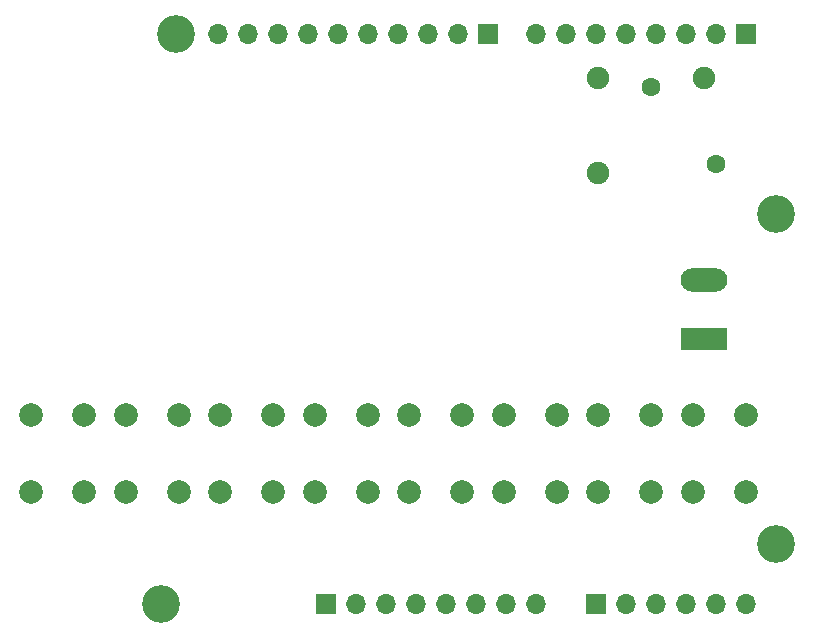
<source format=gbr>
%TF.GenerationSoftware,KiCad,Pcbnew,(5.1.8)-1*%
%TF.CreationDate,2021-12-17T21:48:39+01:00*%
%TF.ProjectId,ArduinoAudioShield,41726475-696e-46f4-9175-64696f536869,rev?*%
%TF.SameCoordinates,Original*%
%TF.FileFunction,Soldermask,Bot*%
%TF.FilePolarity,Negative*%
%FSLAX46Y46*%
G04 Gerber Fmt 4.6, Leading zero omitted, Abs format (unit mm)*
G04 Created by KiCad (PCBNEW (5.1.8)-1) date 2021-12-17 21:48:39*
%MOMM*%
%LPD*%
G01*
G04 APERTURE LIST*
%ADD10C,1.600000*%
%ADD11C,1.900000*%
%ADD12C,3.200000*%
%ADD13C,2.000000*%
%ADD14O,3.960000X1.980000*%
%ADD15R,3.960000X1.980000*%
%ADD16O,1.700000X1.700000*%
%ADD17R,1.700000X1.700000*%
G04 APERTURE END LIST*
D10*
%TO.C,J5*%
X169800000Y-57840000D03*
X175300000Y-64340000D03*
D11*
X165300000Y-65140000D03*
X165300000Y-57040000D03*
X174300000Y-57040000D03*
%TD*%
D12*
%TO.C,REF\u002A\u002A*%
X180340000Y-68580000D03*
%TD*%
%TO.C,REF\u002A\u002A*%
X128270000Y-101600000D03*
%TD*%
%TO.C,REF\u002A\u002A*%
X180340000Y-96520000D03*
%TD*%
%TO.C,REF\u002A\u002A*%
X129540000Y-53340000D03*
%TD*%
D13*
%TO.C,SW8*%
X173300000Y-85640000D03*
X177800000Y-85640000D03*
X173300000Y-92140000D03*
X177800000Y-92140000D03*
%TD*%
%TO.C,SW7*%
X165300000Y-85640000D03*
X169800000Y-85640000D03*
X165300000Y-92140000D03*
X169800000Y-92140000D03*
%TD*%
%TO.C,SW6*%
X157300000Y-85640000D03*
X161800000Y-85640000D03*
X157300000Y-92140000D03*
X161800000Y-92140000D03*
%TD*%
%TO.C,SW5*%
X149300000Y-85640000D03*
X153800000Y-85640000D03*
X149300000Y-92140000D03*
X153800000Y-92140000D03*
%TD*%
%TO.C,SW4*%
X141300000Y-85640000D03*
X145800000Y-85640000D03*
X141300000Y-92140000D03*
X145800000Y-92140000D03*
%TD*%
%TO.C,SW3*%
X133300000Y-85640000D03*
X137800000Y-85640000D03*
X133300000Y-92140000D03*
X137800000Y-92140000D03*
%TD*%
%TO.C,SW2*%
X125300000Y-85640000D03*
X129800000Y-85640000D03*
X125300000Y-92140000D03*
X129800000Y-92140000D03*
%TD*%
%TO.C,SW1*%
X117300000Y-85640000D03*
X121800000Y-85640000D03*
X117300000Y-92140000D03*
X121800000Y-92140000D03*
%TD*%
D14*
%TO.C,LS1*%
X174300000Y-74140000D03*
D15*
X174300000Y-79140000D03*
%TD*%
D16*
%TO.C,J4*%
X160020000Y-101600000D03*
X157480000Y-101600000D03*
X154940000Y-101600000D03*
X152400000Y-101600000D03*
X149860000Y-101600000D03*
X147320000Y-101600000D03*
X144780000Y-101600000D03*
D17*
X142240000Y-101600000D03*
%TD*%
D16*
%TO.C,J3*%
X177800000Y-101600000D03*
X175260000Y-101600000D03*
X172720000Y-101600000D03*
X170180000Y-101600000D03*
X167640000Y-101600000D03*
D17*
X165100000Y-101600000D03*
%TD*%
D16*
%TO.C,J2*%
X160020000Y-53340000D03*
X162560000Y-53340000D03*
X165100000Y-53340000D03*
X167640000Y-53340000D03*
X170180000Y-53340000D03*
X172720000Y-53340000D03*
X175260000Y-53340000D03*
D17*
X177800000Y-53340000D03*
%TD*%
D16*
%TO.C,J1*%
X133096000Y-53340000D03*
X135636000Y-53340000D03*
X138176000Y-53340000D03*
X140716000Y-53340000D03*
X143256000Y-53340000D03*
X145796000Y-53340000D03*
X148336000Y-53340000D03*
X150876000Y-53340000D03*
X153416000Y-53340000D03*
D17*
X155956000Y-53340000D03*
%TD*%
M02*

</source>
